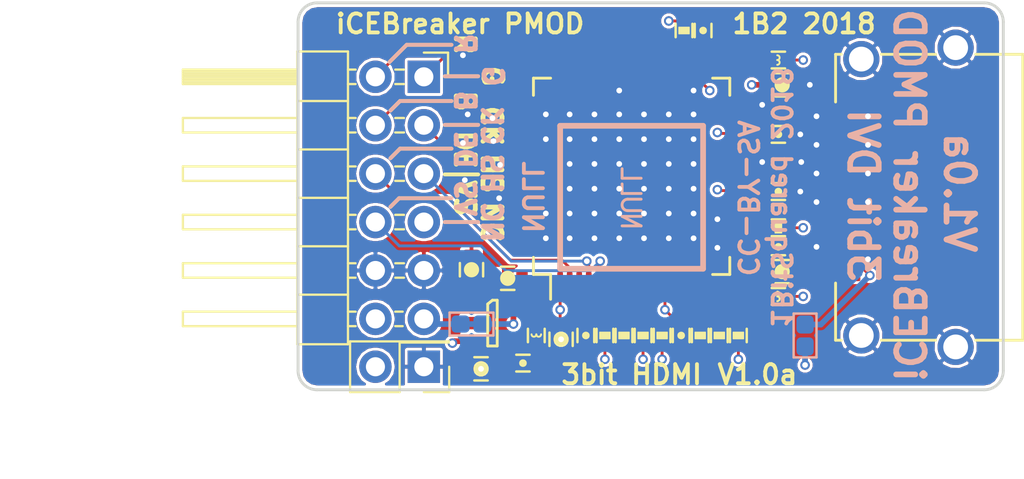
<source format=kicad_pcb>
(kicad_pcb (version 20171130) (host pcbnew 5.1.5-52549c5~86~ubuntu19.10.1)
  (title_block (title "iCEBreaker PMOD - 3bit DVI") (rev V1.0a) (company 1BitSquared) (comment 1 "(C) 2018 Piotr Esden-Tempski <piotr@esden.net>") (comment 2 "(C) 2018 1BitSquared <info@1bitsquared.com>") (comment 3 "License: CC-BY-SA V4.0"))
  (layers (0 F.Cu signal) (1 In1.Cu signal) (2 In2.Cu signal) (31 B.Cu signal) (34 B.Paste user) (35 F.Paste user) (36 B.SilkS user) (37 F.SilkS user) (38 B.Mask user) (39 F.Mask user) (44 Edge.Cuts user))
  (net 0 "")
  (net 1 GND)
  (net 2 +3V3)
  (net 3 "Net-(J4-Pad2)")
  (net 4 +5V)
  (net 5 "Net-(C3-Pad1)")
  (net 6 /DVDD)
  (net 7 /DE)
  (net 8 /VREF)
  (net 9 /HS)
  (net 10 /VS)
  (net 11 "Net-(U2-Pad6)")
  (net 12 "Net-(U2-Pad7)")
  (net 13 "Net-(U2-Pad8)")
  (net 14 /EDGE-HTPLG)
  (net 15 /~PD)
  (net 16 "Net-(U2-Pad11)")
  (net 17 /ISEL-~RST)
  (net 18 /DSEL-SDA)
  (net 19 /BSEL-SCL)
  (net 20 /PVDD)
  (net 21 /CK-)
  (net 22 /CK+)
  (net 23 /TVDD)
  (net 24 /D0-)
  (net 25 /D0+)
  (net 26 /D1-)
  (net 27 /D1+)
  (net 28 /D2-)
  (net 29 /D2+)
  (net 30 /DKEN)
  (net 31 /RED)
  (net 32 /GRN)
  (net 33 "Net-(U2-Pad49)")
  (net 34 /BLU)
  (net 35 /CLK)
  (net 36 "Net-(J5-Pad19)")
  (net 37 "Net-(J5-Pad16)")
  (net 38 "Net-(J5-Pad15)")
  (net 39 "Net-(J5-Pad14)")
  (net 40 "Net-(J5-Pad13)")
  (net 41 "Net-(J1-Pad12)")
  (net 42 /TFADJ)
  (net 43 "Net-(J1-Pad4)")
  (module pkl_logos:null_Logo_SilkS_7.5mm (layer B.Cu) (at 47.5 40.2 90)
    (fp_text reference REF**)
    (fp_text value null_Logo_SilkS_7.5mm)
  )
  (module pkl_housings_qfp:TQFP-64-1EP_10x10mm_P0.5mm_EP5x5mm (layer F.Cu) (at 47.5 39.1 90)
    (fp_text reference U2)
    (fp_text value TFP410)
    (pad 65 thru_hole circle (at -1.95 3.25 90) (size 0.5 0.5) (drill 0.3) (layers *.Cu) (net 1 GND))
    (pad 65 thru_hole circle (at -3.25 3.25 90) (size 0.5 0.5) (drill 0.3) (layers *.Cu) (net 1 GND))
    (pad 65 thru_hole circle (at 0.65 3.25 90) (size 0.5 0.5) (drill 0.3) (layers *.Cu) (net 1 GND))
    (pad 65 thru_hole circle (at -0.65 3.25 90) (size 0.5 0.5) (drill 0.3) (layers *.Cu) (net 1 GND))
    (pad 65 thru_hole circle (at 3.25 3.25 90) (size 0.5 0.5) (drill 0.3) (layers *.Cu) (net 1 GND))
    (pad 65 thru_hole circle (at 1.95 3.25 90) (size 0.5 0.5) (drill 0.3) (layers *.Cu) (net 1 GND))
    (pad 65 thru_hole circle (at -1.95 1.95 90) (size 0.5 0.5) (drill 0.3) (layers *.Cu) (net 1 GND))
    (pad 65 thru_hole circle (at -3.25 1.95 90) (size 0.5 0.5) (drill 0.3) (layers *.Cu) (net 1 GND))
    (pad 65 thru_hole circle (at 0.65 1.95 90) (size 0.5 0.5) (drill 0.3) (layers *.Cu) (net 1 GND))
    (pad 65 thru_hole circle (at -0.65 1.95 90) (size 0.5 0.5) (drill 0.3) (layers *.Cu) (net 1 GND))
    (pad 65 thru_hole circle (at 3.25 1.95 90) (size 0.5 0.5) (drill 0.3) (layers *.Cu) (net 1 GND))
    (pad 65 thru_hole circle (at 1.95 1.95 90) (size 0.5 0.5) (drill 0.3) (layers *.Cu) (net 1 GND))
    (pad 65 thru_hole circle (at -3.25 0.65 90) (size 0.5 0.5) (drill 0.3) (layers *.Cu) (net 1 GND))
    (pad 65 thru_hole circle (at 0.65 0.65 90) (size 0.5 0.5) (drill 0.3) (layers *.Cu) (net 1 GND))
    (pad 65 thru_hole circle (at -0.65 0.65 90) (size 0.5 0.5) (drill 0.3) (layers *.Cu) (net 1 GND))
    (pad 65 thru_hole circle (at 1.95 0.65 90) (size 0.5 0.5) (drill 0.3) (layers *.Cu) (net 1 GND))
    (pad 65 thru_hole circle (at -1.95 0.65 90) (size 0.5 0.5) (drill 0.3) (layers *.Cu) (net 1 GND))
    (pad 65 thru_hole circle (at 3.25 0.65 90) (size 0.5 0.5) (drill 0.3) (layers *.Cu) (net 1 GND))
    (pad 65 thru_hole circle (at -3.25 -0.65 90) (size 0.5 0.5) (drill 0.3) (layers *.Cu) (net 1 GND))
    (pad 65 thru_hole circle (at 0.65 -0.65 90) (size 0.5 0.5) (drill 0.3) (layers *.Cu) (net 1 GND))
    (pad 65 thru_hole circle (at -0.65 -0.65 90) (size 0.5 0.5) (drill 0.3) (layers *.Cu) (net 1 GND))
    (pad 65 thru_hole circle (at 1.95 -0.65 90) (size 0.5 0.5) (drill 0.3) (layers *.Cu) (net 1 GND))
    (pad 65 thru_hole circle (at -1.95 -0.65 90) (size 0.5 0.5) (drill 0.3) (layers *.Cu) (net 1 GND))
    (pad 65 thru_hole circle (at 3.25 -0.65 90) (size 0.5 0.5) (drill 0.3) (layers *.Cu) (net 1 GND))
    (pad 65 thru_hole circle (at 1.95 -1.95 90) (size 0.5 0.5) (drill 0.3) (layers *.Cu) (net 1 GND))
    (pad 65 thru_hole circle (at -1.95 -1.95 90) (size 0.5 0.5) (drill 0.3) (layers *.Cu) (net 1 GND))
    (pad 65 thru_hole circle (at 3.25 -1.95 90) (size 0.5 0.5) (drill 0.3) (layers *.Cu) (net 1 GND))
    (pad 65 thru_hole circle (at -3.25 -1.95 90) (size 0.5 0.5) (drill 0.3) (layers *.Cu) (net 1 GND))
    (pad 65 thru_hole circle (at 0.65 -1.95 90) (size 0.5 0.5) (drill 0.3) (layers *.Cu) (net 1 GND))
    (pad 65 thru_hole circle (at -0.65 -1.95 90) (size 0.5 0.5) (drill 0.3) (layers *.Cu) (net 1 GND))
    (pad 65 thru_hole circle (at 3.25 -3.25 90) (size 0.5 0.5) (drill 0.3) (layers *.Cu) (net 1 GND))
    (pad 65 thru_hole circle (at 1.95 -3.25 90) (size 0.5 0.5) (drill 0.3) (layers *.Cu) (net 1 GND))
    (pad 65 thru_hole circle (at 0.65 -3.25 90) (size 0.5 0.5) (drill 0.3) (layers *.Cu) (net 1 GND))
    (pad 65 thru_hole circle (at -0.65 -3.25 90) (size 0.5 0.5) (drill 0.3) (layers *.Cu) (net 1 GND))
    (pad 65 thru_hole circle (at -1.95 -3.25 90) (size 0.5 0.5) (drill 0.3) (layers *.Cu) (net 1 GND))
    (pad 65 thru_hole circle (at -3.25 -3.25 90) (size 0.5 0.5) (drill 0.3) (layers *.Cu) (net 1 GND))
    (pad 65 smd rect (at 0 0 90) (size 8 8) (layers F.Cu) (net 1 GND))
    (pad 64 smd oval (at -3.75 -5.7 90) (size 0.3 1.5) (layers F.Cu F.Paste F.Mask) (net 1 GND))
    (pad 63 smd oval (at -3.25 -5.7 90) (size 0.3 1.5) (layers F.Cu F.Paste F.Mask) (net 1 GND))
    (pad 62 smd oval (at -2.75 -5.7 90) (size 0.3 1.5) (layers F.Cu F.Paste F.Mask) (net 1 GND))
    (pad 61 smd oval (at -2.25 -5.7 90) (size 0.3 1.5) (layers F.Cu F.Paste F.Mask) (net 1 GND))
    (pad 60 smd oval (at -1.75 -5.7 90) (size 0.3 1.5) (layers F.Cu F.Paste F.Mask) (net 1 GND))
    (pad 59 smd oval (at -1.25 -5.7 90) (size 0.3 1.5) (layers F.Cu F.Paste F.Mask) (net 34 /BLU))
    (pad 58 smd oval (at -0.75 -5.7 90) (size 0.3 1.5) (layers F.Cu F.Paste F.Mask) (net 34 /BLU))
    (pad 57 smd oval (at -0.25 -5.7 90) (size 0.3 1.5) (layers F.Cu F.Paste F.Mask) (net 35 /CLK))
    (pad 56 smd oval (at 0.25 -5.7 90) (size 0.3 1.5) (layers F.Cu F.Paste F.Mask) (net 1 GND))
    (pad 55 smd oval (at 0.75 -5.7 90) (size 0.3 1.5) (layers F.Cu F.Paste F.Mask) (net 34 /BLU))
    (pad 54 smd oval (at 1.25 -5.7 90) (size 0.3 1.5) (layers F.Cu F.Paste F.Mask) (net 34 /BLU))
    (pad 53 smd oval (at 1.75 -5.7 90) (size 0.3 1.5) (layers F.Cu F.Paste F.Mask) (net 1 GND))
    (pad 52 smd oval (at 2.25 -5.7 90) (size 0.3 1.5) (layers F.Cu F.Paste F.Mask) (net 1 GND))
    (pad 51 smd oval (at 2.75 -5.7 90) (size 0.3 1.5) (layers F.Cu F.Paste F.Mask) (net 1 GND))
    (pad 50 smd oval (at 3.25 -5.7 90) (size 0.3 1.5) (layers F.Cu F.Paste F.Mask) (net 1 GND))
    (pad 49 smd oval (at 3.75 -5.7 90) (size 0.3 1.5) (layers F.Cu F.Paste F.Mask) (net 33 "Net-(U2-Pad49)"))
    (pad 48 smd oval (at 5.7 -3.75 180) (size 0.3 1.5) (layers F.Cu F.Paste F.Mask) (net 1 GND))
    (pad 47 smd oval (at 5.7 -3.25 180) (size 0.3 1.5) (layers F.Cu F.Paste F.Mask) (net 32 /GRN))
    (pad 46 smd oval (at 5.7 -2.75 180) (size 0.3 1.5) (layers F.Cu F.Paste F.Mask) (net 32 /GRN))
    (pad 45 smd oval (at 5.7 -2.25 180) (size 0.3 1.5) (layers F.Cu F.Paste F.Mask) (net 32 /GRN))
    (pad 44 smd oval (at 5.7 -1.75 180) (size 0.3 1.5) (layers F.Cu F.Paste F.Mask) (net 32 /GRN))
    (pad 43 smd oval (at 5.7 -1.25 180) (size 0.3 1.5) (layers F.Cu F.Paste F.Mask) (net 1 GND))
    (pad 42 smd oval (at 5.7 -0.75 180) (size 0.3 1.5) (layers F.Cu F.Paste F.Mask) (net 1 GND))
    (pad 41 smd oval (at 5.7 -0.25 180) (size 0.3 1.5) (layers F.Cu F.Paste F.Mask) (net 1 GND))
    (pad 40 smd oval (at 5.7 0.25 180) (size 0.3 1.5) (layers F.Cu F.Paste F.Mask) (net 1 GND))
    (pad 39 smd oval (at 5.7 0.75 180) (size 0.3 1.5) (layers F.Cu F.Paste F.Mask) (net 31 /RED))
    (pad 38 smd oval (at 5.7 1.25 180) (size 0.3 1.5) (layers F.Cu F.Paste F.Mask) (net 31 /RED))
    (pad 37 smd oval (at 5.7 1.75 180) (size 0.3 1.5) (layers F.Cu F.Paste F.Mask) (net 31 /RED))
    (pad 36 smd oval (at 5.7 2.25 180) (size 0.3 1.5) (layers F.Cu F.Paste F.Mask) (net 31 /RED))
    (pad 35 smd oval (at 5.7 2.75 180) (size 0.3 1.5) (layers F.Cu F.Paste F.Mask) (net 30 /DKEN))
    (pad 34 smd oval (at 5.7 3.25 180) (size 0.3 1.5) (layers F.Cu F.Paste F.Mask) (net 1 GND))
    (pad 33 smd oval (at 5.7 3.75 180) (size 0.3 1.5) (layers F.Cu F.Paste F.Mask) (net 6 /DVDD))
    (pad 32 smd oval (at 3.75 5.7 90) (size 0.3 1.5) (layers F.Cu F.Paste F.Mask) (net 1 GND))
    (pad 31 smd oval (at 3.25 5.7 90) (size 0.3 1.5) (layers F.Cu F.Paste F.Mask) (net 29 /D2+))
    (pad 30 smd oval (at 2.75 5.7 90) (size 0.3 1.5) (layers F.Cu F.Paste F.Mask) (net 28 /D2-))
    (pad 29 smd oval (at 2.25 5.7 90) (size 0.3 1.5) (layers F.Cu F.Paste F.Mask) (net 23 /TVDD))
    (pad 28 smd oval (at 1.75 5.7 90) (size 0.3 1.5) (layers F.Cu F.Paste F.Mask) (net 27 /D1+))
    (pad 27 smd oval (at 1.25 5.7 90) (size 0.3 1.5) (layers F.Cu F.Paste F.Mask) (net 26 /D1-))
    (pad 26 smd oval (at 0.75 5.7 90) (size 0.3 1.5) (layers F.Cu F.Paste F.Mask) (net 1 GND))
    (pad 25 smd oval (at 0.25 5.7 90) (size 0.3 1.5) (layers F.Cu F.Paste F.Mask) (net 25 /D0+))
    (pad 24 smd oval (at -0.25 5.7 90) (size 0.3 1.5) (layers F.Cu F.Paste F.Mask) (net 24 /D0-))
    (pad 23 smd oval (at -0.75 5.7 90) (size 0.3 1.5) (layers F.Cu F.Paste F.Mask) (net 23 /TVDD))
    (pad 22 smd oval (at -1.25 5.7 90) (size 0.3 1.5) (layers F.Cu F.Paste F.Mask) (net 22 /CK+))
    (pad 21 smd oval (at -1.75 5.7 90) (size 0.3 1.5) (layers F.Cu F.Paste F.Mask) (net 21 /CK-))
    (pad 20 smd oval (at -2.25 5.7 90) (size 0.3 1.5) (layers F.Cu F.Paste F.Mask) (net 1 GND))
    (pad 19 smd oval (at -2.75 5.7 90) (size 0.3 1.5) (layers F.Cu F.Paste F.Mask) (net 42 /TFADJ))
    (pad 18 smd oval (at -3.25 5.7 90) (size 0.3 1.5) (layers F.Cu F.Paste F.Mask) (net 20 /PVDD))
    (pad 17 smd oval (at -3.75 5.7 90) (size 0.3 1.5) (layers F.Cu F.Paste F.Mask) (net 1 GND))
    (pad 16 smd oval (at -5.7 3.75 180) (size 0.3 1.5) (layers F.Cu F.Paste F.Mask) (net 1 GND))
    (pad 15 smd oval (at -5.7 3.25 180) (size 0.3 1.5) (layers F.Cu F.Paste F.Mask) (net 19 /BSEL-SCL))
    (pad 14 smd oval (at -5.7 2.75 180) (size 0.3 1.5) (layers F.Cu F.Paste F.Mask) (net 18 /DSEL-SDA))
    (pad 13 smd oval (at -5.7 2.25 180) (size 0.3 1.5) (layers F.Cu F.Paste F.Mask) (net 17 /ISEL-~RST))
    (pad 12 smd oval (at -5.7 1.75 180) (size 0.3 1.5) (layers F.Cu F.Paste F.Mask) (net 6 /DVDD))
    (pad 11 smd oval (at -5.7 1.25 180) (size 0.3 1.5) (layers F.Cu F.Paste F.Mask) (net 16 "Net-(U2-Pad11)"))
    (pad 10 smd oval (at -5.7 0.75 180) (size 0.3 1.5) (layers F.Cu F.Paste F.Mask) (net 15 /~PD))
    (pad 9 smd oval (at -5.7 0.25 180) (size 0.3 1.5) (layers F.Cu F.Paste F.Mask) (net 14 /EDGE-HTPLG))
    (pad 8 smd oval (at -5.7 -0.25 180) (size 0.3 1.5) (layers F.Cu F.Paste F.Mask) (net 13 "Net-(U2-Pad8)"))
    (pad 7 smd oval (at -5.7 -0.75 180) (size 0.3 1.5) (layers F.Cu F.Paste F.Mask) (net 12 "Net-(U2-Pad7)"))
    (pad 6 smd oval (at -5.7 -1.25 180) (size 0.3 1.5) (layers F.Cu F.Paste F.Mask) (net 11 "Net-(U2-Pad6)"))
    (pad 5 smd oval (at -5.7 -1.75 180) (size 0.3 1.5) (layers F.Cu F.Paste F.Mask) (net 10 /VS))
    (pad 4 smd oval (at -5.7 -2.25 180) (size 0.3 1.5) (layers F.Cu F.Paste F.Mask) (net 9 /HS))
    (pad 3 smd oval (at -5.7 -2.75 180) (size 0.3 1.5) (layers F.Cu F.Paste F.Mask) (net 8 /VREF))
    (pad 2 smd oval (at -5.7 -3.25 180) (size 0.3 1.5) (layers F.Cu F.Paste F.Mask) (net 7 /DE))
    (pad 1 smd oval (at -5.7 -3.75 180) (size 0.3 1.5) (layers F.Cu F.Paste F.Mask) (net 6 /DVDD))
  )
  (module pkl_jumpers:J_NC_0603_30 (layer B.Cu) (at 39.1 46.85 180)
    (fp_text reference J2)
    (fp_text value jmp)
    (fp_line (start -0.2 0) (end 0.2 0) (layer B.Cu) (width 0.3))
    (pad 1 smd roundrect (at -0.575 0 180) (size 0.95 0.9) (layers B.Cu B.Paste B.Mask) (net 2 +3V3))
    (pad 2 smd roundrect (at 0.575 0 180) (size 0.95 0.9) (layers B.Cu B.Paste B.Mask) (net 41 "Net-(J1-Pad12)"))
  )
  (module pkl_connectors:HDMI-10029449-111RLF (layer F.Cu) (at 59.5 40.2 90)
    (fp_text reference J5)
    (fp_text value HDMI_A_1.4 hide)
    (pad 19 smd roundrect (at -4.25 -0.95 90) (size 0.3 1.9) (layers F.Cu F.Paste F.Mask) (net 36 "Net-(J5-Pad19)"))
    (pad 1 smd roundrect (at 4.75 -0.95 90) (size 0.3 1.9) (layers F.Cu F.Paste F.Mask) (net 29 /D2+))
    (pad 18 smd roundrect (at -3.75 -0.95 90) (size 0.3 1.9) (layers F.Cu F.Paste F.Mask) (net 3 "Net-(J4-Pad2)"))
    (pad 17 smd roundrect (at -3.25 -0.95 90) (size 0.3 1.9) (layers F.Cu F.Paste F.Mask) (net 1 GND))
    (pad 16 smd roundrect (at -2.75 -0.95 90) (size 0.3 1.9) (layers F.Cu F.Paste F.Mask) (net 37 "Net-(J5-Pad16)"))
    (pad 15 smd roundrect (at -2.25 -0.95 90) (size 0.3 1.9) (layers F.Cu F.Paste F.Mask) (net 38 "Net-(J5-Pad15)"))
    (pad 14 smd roundrect (at -1.75 -0.95 90) (size 0.3 1.9) (layers F.Cu F.Paste F.Mask) (net 39 "Net-(J5-Pad14)"))
    (pad 13 smd roundrect (at -1.25 -0.95 90) (size 0.3 1.9) (layers F.Cu F.Paste F.Mask) (net 40 "Net-(J5-Pad13)"))
    (pad 12 smd roundrect (at -0.75 -0.95 90) (size 0.3 1.9) (layers F.Cu F.Paste F.Mask) (net 21 /CK-))
    (pad 11 smd roundrect (at -0.25 -0.95 90) (size 0.3 1.9) (layers F.Cu F.Paste F.Mask) (net 1 GND))
    (pad 10 smd roundrect (at 0.25 -0.95 90) (size 0.3 1.9) (layers F.Cu F.Paste F.Mask) (net 22 /CK+))
    (pad 9 smd roundrect (at 0.75 -0.95 90) (size 0.3 1.9) (layers F.Cu F.Paste F.Mask) (net 24 /D0-))
    (pad 8 smd roundrect (at 1.25 -0.95 90) (size 0.3 1.9) (layers F.Cu F.Paste F.Mask) (net 1 GND))
    (pad 7 smd roundrect (at 1.75 -0.95 90) (size 0.3 1.9) (layers F.Cu F.Paste F.Mask) (net 25 /D0+))
    (pad 6 smd roundrect (at 2.25 -0.95 90) (size 0.3 1.9) (layers F.Cu F.Paste F.Mask) (net 26 /D1-))
    (pad 5 smd roundrect (at 2.75 -0.95 90) (size 0.3 1.9) (layers F.Cu F.Paste F.Mask) (net 1 GND))
    (pad 4 smd roundrect (at 3.25 -0.95 90) (size 0.3 1.9) (layers F.Cu F.Paste F.Mask) (net 27 /D1+))
    (pad 3 smd roundrect (at 3.75 -0.95 90) (size 0.3 1.9) (layers F.Cu F.Paste F.Mask) (net 28 /D2-))
    (pad 2 smd roundrect (at 4.25 -0.95 90) (size 0.3 1.9) (layers F.Cu F.Paste F.Mask) (net 1 GND))
    (pad SH thru_hole circle (at -7.25 0.05 90) (size 1.9 1.9) (drill 1.3) (layers *.Cu *.Mask) (net 1 GND))
    (pad SH thru_hole circle (at 7.25 0.05 90) (size 1.9 1.9) (drill 1.3) (layers *.Cu *.Mask) (net 1 GND))
    (pad SH thru_hole circle (at 7.85 5 90) (size 1.9 1.9) (drill 1.3) (layers *.Cu *.Mask) (net 1 GND))
    (pad SH thru_hole circle (at -7.85 5 90) (size 1.9 1.9) (drill 1.3) (layers *.Cu *.Mask) (net 1 GND))
  )
  (module Connector_PinHeader_2.54mm:PinHeader_2x01_P2.54mm_Vertical (layer F.Cu) (at 36.6 49.09 180)
    (fp_text reference J3)
    (fp_text value 5V)
    (pad 1 thru_hole rect (at 0 0 180) (size 1.7 1.7) (drill 1) (layers *.Cu *.Mask) (net 1 GND))
    (pad 2 thru_hole oval (at 2.54 0 180) (size 1.7 1.7) (drill 1) (layers *.Cu *.Mask) (net 4 +5V))
  )
  (module pkl_dipol:C_0402 (layer F.Cu) (at 51.25 31.45 90)
    (fp_text reference C6)
    (fp_text value 100n)
    (pad 2 smd roundrect (at 0.5 0 90) (size 0.5 0.6) (layers F.Cu F.Paste F.Mask) (net 1 GND))
    (pad 1 smd roundrect (at -0.5 0 90) (size 0.5 0.6) (layers F.Cu F.Paste F.Mask) (net 6 /DVDD))
  )
  (module pkl_dipol:C_0402 (layer F.Cu) (at 55.2 39.9)
    (fp_text reference C7)
    (fp_text value 100n)
    (pad 1 smd roundrect (at -0.5 0) (size 0.5 0.6) (layers F.Cu F.Paste F.Mask) (net 23 /TVDD))
    (pad 2 smd roundrect (at 0.5 0) (size 0.5 0.6) (layers F.Cu F.Paste F.Mask) (net 1 GND))
  )
  (module pkl_dipol:C_0402 (layer F.Cu) (at 45.1 47.45 270)
    (fp_text reference C8)
    (fp_text value 100n)
    (pad 2 smd roundrect (at 0.5 0 270) (size 0.5 0.6) (layers F.Cu F.Paste F.Mask) (net 1 GND))
    (pad 1 smd roundrect (at -0.5 0 270) (size 0.5 0.6) (layers F.Cu F.Paste F.Mask) (net 6 /DVDD))
  )
  (module pkl_dipol:C_0402 (layer F.Cu) (at 55.2 42.8)
    (fp_text reference C9)
    (fp_text value 100n)
    (pad 1 smd roundrect (at -0.5 0) (size 0.5 0.6) (layers F.Cu F.Paste F.Mask) (net 20 /PVDD))
    (pad 2 smd roundrect (at 0.5 0) (size 0.5 0.6) (layers F.Cu F.Paste F.Mask) (net 1 GND))
  )
  (module pkl_dipol:C_0402 (layer F.Cu) (at 55.2 36.9)
    (fp_text reference C10)
    (fp_text value 100n)
    (pad 2 smd roundrect (at 0.5 0) (size 0.5 0.6) (layers F.Cu F.Paste F.Mask) (net 1 GND))
    (pad 1 smd roundrect (at -0.5 0) (size 0.5 0.6) (layers F.Cu F.Paste F.Mask) (net 23 /TVDD))
  )
  (module pkl_dipol:C_0402 (layer F.Cu) (at 50.1 47.45 270)
    (fp_text reference C5)
    (fp_text value 100n)
    (pad 2 smd roundrect (at 0.5 0 270) (size 0.5 0.6) (layers F.Cu F.Paste F.Mask) (net 1 GND))
    (pad 1 smd roundrect (at -0.5 0 270) (size 0.5 0.6) (layers F.Cu F.Paste F.Mask) (net 6 /DVDD))
  )
  (module pkl_dipol:C_0402 (layer F.Cu) (at 41.8 48.9)
    (fp_text reference C3)
    (fp_text value 470p)
    (pad 1 smd roundrect (at -0.5 0) (size 0.5 0.6) (layers F.Cu F.Paste F.Mask) (net 5 "Net-(C3-Pad1)"))
    (pad 2 smd roundrect (at 0.5 0) (size 0.5 0.6) (layers F.Cu F.Paste F.Mask) (net 1 GND))
  )
  (module pkl_dipol:C_0603 (layer F.Cu) (at 43.8 47.65 270)
    (fp_text reference C14)
    (fp_text value 10u)
    (pad 2 smd roundrect (at 0.75 0 270) (size 0.6 0.9) (layers F.Cu F.Paste F.Mask) (net 1 GND))
    (pad 1 smd roundrect (at -0.75 0 270) (size 0.6 0.9) (layers F.Cu F.Paste F.Mask) (net 6 /DVDD))
  )
  (module pkl_dipol:C_0603 (layer F.Cu) (at 55.4 34.3)
    (fp_text reference C16)
    (fp_text value 10u)
    (pad 1 smd roundrect (at -0.75 0) (size 0.6 0.9) (layers F.Cu F.Paste F.Mask) (net 23 /TVDD))
    (pad 2 smd roundrect (at 0.75 0) (size 0.6 0.9) (layers F.Cu F.Paste F.Mask) (net 1 GND))
  )
  (module pkl_dipol:C_0603 (layer F.Cu) (at 55.4 44.1)
    (fp_text reference C15)
    (fp_text value 10u)
    (pad 2 smd roundrect (at 0.75 0) (size 0.6 0.9) (layers F.Cu F.Paste F.Mask) (net 1 GND))
    (pad 1 smd roundrect (at -0.75 0) (size 0.6 0.9) (layers F.Cu F.Paste F.Mask) (net 20 /PVDD))
  )
  (module pkl_dipol:C_0603 (layer F.Cu) (at 39.1 44 90)
    (fp_text reference C2)
    (fp_text value 4u7)
    (pad 1 smd roundrect (at -0.75 0 90) (size 0.6 0.9) (layers F.Cu F.Paste F.Mask) (net 4 +5V))
    (pad 2 smd roundrect (at 0.75 0 90) (size 0.6 0.9) (layers F.Cu F.Paste F.Mask) (net 1 GND))
  )
  (module pkl_dipol:C_0603 (layer F.Cu) (at 39.6 49.2)
    (fp_text reference C1)
    (fp_text value 10u)
    (pad 2 smd roundrect (at 0.75 0) (size 0.6 0.9) (layers F.Cu F.Paste F.Mask) (net 1 GND))
    (pad 1 smd roundrect (at -0.75 0) (size 0.6 0.9) (layers F.Cu F.Paste F.Mask) (net 2 +3V3))
  )
  (module pkl_dipol:C_0603 (layer F.Cu) (at 41 44.45 180)
    (fp_text reference C4)
    (fp_text value 4u7)
    (pad 1 smd roundrect (at -0.75 0 180) (size 0.6 0.9) (layers F.Cu F.Paste F.Mask) (net 2 +3V3))
    (pad 2 smd roundrect (at 0.75 0 180) (size 0.6 0.9) (layers F.Cu F.Paste F.Mask) (net 1 GND))
  )
  (module pkl_dipol:L_0402 (layer F.Cu) (at 55.2 33 180)
    (fp_text reference L3)
    (fp_text value 600)
    (pad 1 smd roundrect (at -0.5 0 180) (size 0.5 0.6) (layers F.Cu F.Paste F.Mask) (net 2 +3V3))
    (pad 2 smd roundrect (at 0.5 0 180) (size 0.5 0.6) (layers F.Cu F.Paste F.Mask) (net 23 /TVDD))
  )
  (module pkl_dipol:L_0402 (layer F.Cu) (at 42.5 47.45 90)
    (fp_text reference L1)
    (fp_text value 600)
    (pad 2 smd roundrect (at 0.5 0 90) (size 0.5 0.6) (layers F.Cu F.Paste F.Mask) (net 6 /DVDD))
    (pad 1 smd roundrect (at -0.5 0 90) (size 0.5 0.6) (layers F.Cu F.Paste F.Mask) (net 2 +3V3))
  )
  (module pkl_dipol:L_0402 (layer F.Cu) (at 55.2 45.4 180)
    (fp_text reference L2)
    (fp_text value 600)
    (pad 1 smd roundrect (at -0.5 0 180) (size 0.5 0.6) (layers F.Cu F.Paste F.Mask) (net 2 +3V3))
    (pad 2 smd roundrect (at 0.5 0 180) (size 0.5 0.6) (layers F.Cu F.Paste F.Mask) (net 20 /PVDD))
  )
  (module pkl_dipol:R_0402 (layer F.Cu) (at 55.2 41.8 180)
    (fp_text reference R9)
    (fp_text value 500E)
    (pad 1 smd roundrect (at -0.5 0 180) (size 0.5 0.6) (layers F.Cu F.Paste F.Mask) (net 2 +3V3))
    (pad 2 smd roundrect (at 0.5 0 180) (size 0.5 0.6) (layers F.Cu F.Paste F.Mask) (net 42 /TFADJ))
  )
  (module pkl_dipol:R_0402 (layer F.Cu) (at 52.1 47.45 270)
    (fp_text reference R8)
    (fp_text value 10k)
    (pad 2 smd roundrect (at 0.5 0 270) (size 0.5 0.6) (layers F.Cu F.Paste F.Mask) (net 1 GND))
    (pad 1 smd roundrect (at -0.5 0 270) (size 0.5 0.6) (layers F.Cu F.Paste F.Mask) (net 18 /DSEL-SDA))
  )
  (module pkl_dipol:R_0402 (layer F.Cu) (at 51.1 47.45 270)
    (fp_text reference R7)
    (fp_text value 10k)
    (pad 1 smd roundrect (at -0.5 0 270) (size 0.5 0.6) (layers F.Cu F.Paste F.Mask) (net 17 /ISEL-~RST))
    (pad 2 smd roundrect (at 0.5 0 270) (size 0.5 0.6) (layers F.Cu F.Paste F.Mask) (net 1 GND))
  )
  (module pkl_dipol:R_0402 (layer F.Cu) (at 47.1 47.45 270)
    (fp_text reference R6)
    (fp_text value DNP)
    (pad 2 smd roundrect (at 0.5 0 270) (size 0.5 0.6) (layers F.Cu F.Paste F.Mask) (net 1 GND))
    (pad 1 smd roundrect (at -0.5 0 270) (size 0.5 0.6) (layers F.Cu F.Paste F.Mask) (net 8 /VREF))
  )
  (module pkl_dipol:R_0402 (layer F.Cu) (at 46.1 47.45 90)
    (fp_text reference R5)
    (fp_text value 33k)
    (pad 1 smd roundrect (at -0.5 0 90) (size 0.5 0.6) (layers F.Cu F.Paste F.Mask) (net 2 +3V3))
    (pad 2 smd roundrect (at 0.5 0 90) (size 0.5 0.6) (layers F.Cu F.Paste F.Mask) (net 8 /VREF))
  )
  (module pkl_dipol:R_0402 (layer F.Cu) (at 53.1 47.45 90)
    (fp_text reference R1)
    (fp_text value 10k)
    (pad 2 smd roundrect (at 0.5 0 90) (size 0.5 0.6) (layers F.Cu F.Paste F.Mask) (net 19 /BSEL-SCL))
    (pad 1 smd roundrect (at -0.5 0 90) (size 0.5 0.6) (layers F.Cu F.Paste F.Mask) (net 2 +3V3))
  )
  (module pkl_dipol:R_0402 (layer F.Cu) (at 49.1 47.45 90)
    (fp_text reference R2)
    (fp_text value 10k)
    (pad 1 smd roundrect (at -0.5 0 90) (size 0.5 0.6) (layers F.Cu F.Paste F.Mask) (net 2 +3V3))
    (pad 2 smd roundrect (at 0.5 0 90) (size 0.5 0.6) (layers F.Cu F.Paste F.Mask) (net 15 /~PD))
  )
  (module pkl_dipol:R_0402 (layer F.Cu) (at 50.25 31.45 270)
    (fp_text reference R3)
    (fp_text value 10k)
    (pad 2 smd roundrect (at 0.5 0 270) (size 0.5 0.6) (layers F.Cu F.Paste F.Mask) (net 30 /DKEN))
    (pad 1 smd roundrect (at -0.5 0 270) (size 0.5 0.6) (layers F.Cu F.Paste F.Mask) (net 2 +3V3))
  )
  (module pkl_dipol:R_0402 (layer F.Cu) (at 48.1 47.45 90)
    (fp_text reference R4)
    (fp_text value 10k)
    (pad 1 smd roundrect (at -0.5 0 90) (size 0.5 0.6) (layers F.Cu F.Paste F.Mask) (net 2 +3V3))
    (pad 2 smd roundrect (at 0.5 0 90) (size 0.5 0.6) (layers F.Cu F.Paste F.Mask) (net 14 /EDGE-HTPLG))
  )
  (module pkl_housings_sot:SOT-23-5 (layer F.Cu) (at 40.2 46.799999 180)
    (fp_text reference U1)
    (fp_text value VREG_3V3)
    (pad 1 smd roundrect (at 1.1 0.95) (size 1.06 0.65) (layers F.Cu F.Paste F.Mask) (net 4 +5V))
    (pad 2 smd roundrect (at 1.1 0) (size 1.06 0.65) (layers F.Cu F.Paste F.Mask) (net 1 GND))
    (pad 3 smd roundrect (at 1.1 -0.95) (size 1.06 0.65) (layers F.Cu F.Paste F.Mask) (net 4 +5V))
    (pad 4 smd roundrect (at -1.1 -0.95) (size 1.06 0.65) (layers F.Cu F.Paste F.Mask) (net 5 "Net-(C3-Pad1)"))
    (pad 5 smd roundrect (at -1.1 0.95) (size 1.06 0.65) (layers F.Cu F.Paste F.Mask) (net 2 +3V3))
  )
  (module pkl_jumpers:J_0603 (layer B.Cu) (at 56.6 47.45 90)
    (fp_text reference J4)
    (fp_text value jmp)
    (pad 2 smd roundrect (at 0.575 0 90) (size 0.95 0.9) (layers B.Cu B.Paste B.Mask) (net 3 "Net-(J4-Pad2)"))
    (pad 1 smd roundrect (at -0.575 0 90) (size 0.95 0.9) (layers B.Cu B.Paste B.Mask) (net 4 +5V))
  )
  (module pkl_connectors:PMODHeader_2x06_P2.54mm_Horizontal (layer F.Cu) (at 36.6 46.58 180)
    (fp_text reference J1)
    (fp_text value PMOD)
    (pad 6 thru_hole circle (at 0 0 180) (size 1.7 1.7) (drill 1) (layers *.Cu *.Mask) (net 41 "Net-(J1-Pad12)"))
    (pad 12 thru_hole oval (at 2.54 0 180) (size 1.7 1.7) (drill 1) (layers *.Cu *.Mask) (net 41 "Net-(J1-Pad12)"))
    (pad 5 thru_hole oval (at 0 2.54 180) (size 1.7 1.7) (drill 1) (layers *.Cu *.Mask) (net 1 GND))
    (pad 11 thru_hole oval (at 2.54 2.54 180) (size 1.7 1.7) (drill 1) (layers *.Cu *.Mask) (net 1 GND))
    (pad 4 thru_hole oval (at 0 5.08 180) (size 1.7 1.7) (drill 1) (layers *.Cu *.Mask) (net 43 "Net-(J1-Pad4)"))
    (pad 10 thru_hole oval (at 2.54 5.08 180) (size 1.7 1.7) (drill 1) (layers *.Cu *.Mask) (net 10 /VS))
    (pad 3 thru_hole oval (at 0 7.62 180) (size 1.7 1.7) (drill 1) (layers *.Cu *.Mask) (net 9 /HS))
    (pad 9 thru_hole oval (at 2.54 7.62 180) (size 1.7 1.7) (drill 1) (layers *.Cu *.Mask) (net 7 /DE))
    (pad 2 thru_hole oval (at 0 10.16 180) (size 1.7 1.7) (drill 1) (layers *.Cu *.Mask) (net 35 /CLK))
    (pad 8 thru_hole oval (at 2.54 10.16 180) (size 1.7 1.7) (drill 1) (layers *.Cu *.Mask) (net 34 /BLU))
    (pad 1 thru_hole rect (at 0 12.7 180) (size 1.7 1.7) (drill 1) (layers *.Cu *.Mask) (net 32 /GRN))
    (pad 7 thru_hole circle (at 2.54 12.7 180) (size 1.7 1.7) (drill 1) (layers *.Cu *.Mask) (net 31 /RED))
  )
  (gr_text NULL (at 42.3 40.2 270) (layer B.SilkS) (effects (font (size 1 1) (thickness 0.2)) (justify mirror)))
  (gr_text "1BitSquared 2018" (at 55.35 40.2 270) (layer B.SilkS) (effects (font (size 1 1) (thickness 0.2)) (justify mirror)))
  (gr_text CC-BY-SA (at 53.6 40.25 270) (layer B.SilkS) (effects (font (size 1 1) (thickness 0.2)) (justify mirror)))
  (gr_text "1B2 2018" (at 56.55 31.1) (layer F.SilkS) (effects (font (size 1 1) (thickness 0.2))))
  (gr_line (start 37.7 33.85) (end 39.45 33.85) (layer B.SilkS) (width 0.2))
  (gr_line (start 34.8 33.1) (end 35.7 32.2) (layer B.SilkS) (width 0.2))
  (gr_line (start 35.7 32.2) (end 38.05 32.2) (layer B.SilkS) (width 0.2))
  (gr_line (start 34.85 35.65) (end 35.35 35.15) (layer B.SilkS) (width 0.2))
  (gr_line (start 35.35 35.15) (end 38.05 35.15) (layer B.SilkS) (width 0.2))
  (gr_line (start 37.7 36.4) (end 39.45 36.4) (layer B.SilkS) (width 0.2))
  (gr_text R (at 38.75 32.15 270) (layer B.SilkS) (effects (font (size 1 1) (thickness 0.25)) (justify mirror)))
  (gr_text G (at 40.2 33.85 270) (layer B.SilkS) (effects (font (size 1 1) (thickness 0.25)) (justify mirror)))
  (gr_text B (at 38.75 35.15 270) (layer B.SilkS) (effects (font (size 1 1) (thickness 0.25)) (justify mirror)))
  (gr_text CK (at 40.15 36.45 270) (layer B.SilkS) (effects (font (size 1 1) (thickness 0.25)) (justify mirror)))
  (gr_text DE (at 38.75 37.7 270) (layer B.SilkS) (effects (font (size 1 1) (thickness 0.25)) (justify mirror)))
  (gr_text HS (at 40.15 38.95 270) (layer B.SilkS) (effects (font (size 1 1) (thickness 0.25)) (justify mirror)))
  (gr_line (start 34.85 38.15) (end 35.35 37.65) (layer B.SilkS) (width 0.2))
  (gr_line (start 35.35 37.65) (end 38.05 37.65) (layer B.SilkS) (width 0.2))
  (gr_line (start 34.85 40.7) (end 35.3 40.25) (layer B.SilkS) (width 0.2))
  (gr_line (start 35.3 40.25) (end 38.05 40.25) (layer B.SilkS) (width 0.2))
  (gr_text VS (at 38.75 40.25 270) (layer B.SilkS) (effects (font (size 1 1) (thickness 0.25)) (justify mirror)))
  (gr_line (start 37.7 41.5) (end 39.45 41.5) (layer B.SilkS) (width 0.2))
  (gr_text NC (at 40.15 41.5 270) (layer B.SilkS) (effects (font (size 1 1) (thickness 0.25)) (justify mirror)))
  (gr_line (start 37.7 41.5) (end 39.45 41.5) (layer F.SilkS) (width 0.2))
  (gr_line (start 35.3 40.25) (end 38.05 40.25) (layer F.SilkS) (width 0.2))
  (gr_line (start 34.85 40.7) (end 35.3 40.25) (layer F.SilkS) (width 0.2))
  (gr_line (start 37.7 39) (end 39.45 39) (layer F.SilkS) (width 0.2))
  (gr_line (start 35.35 37.65) (end 38.05 37.65) (layer F.SilkS) (width 0.2))
  (gr_line (start 34.85 38.15) (end 35.35 37.65) (layer F.SilkS) (width 0.2))
  (gr_line (start 37.7 36.4) (end 39.45 36.4) (layer F.SilkS) (width 0.2))
  (gr_line (start 35.35 35.15) (end 38.05 35.15) (layer F.SilkS) (width 0.2))
  (gr_line (start 34.85 35.65) (end 35.35 35.15) (layer F.SilkS) (width 0.2))
  (gr_line (start 37.7 33.85) (end 39.45 33.85) (layer F.SilkS) (width 0.2))
  (gr_line (start 35.7 32.2) (end 38.05 32.2) (layer F.SilkS) (width 0.2))
  (gr_line (start 34.8 33.1) (end 35.7 32.2) (layer F.SilkS) (width 0.2))
  (gr_text NC (at 40.15 41.5 270) (layer F.SilkS) (effects (font (size 1 1) (thickness 0.25))))
  (gr_text HS (at 40.15 38.95 270) (layer F.SilkS) (effects (font (size 1 1) (thickness 0.25))))
  (gr_text VS (at 38.75 40.25 270) (layer F.SilkS) (effects (font (size 1 1) (thickness 0.25))))
  (gr_text DE (at 38.75 37.7 270) (layer F.SilkS) (effects (font (size 1 1) (thickness 0.25))))
  (gr_text CK (at 40.15 36.45 270) (layer F.SilkS) (effects (font (size 1 1) (thickness 0.25))))
  (gr_text B (at 38.75 35.15 270) (layer F.SilkS) (effects (font (size 1 1) (thickness 0.25))))
  (gr_text G (at 40.2 33.85 270) (layer F.SilkS) (effects (font (size 1 1) (thickness 0.25))))
  (gr_text R (at 38.75 32.15 270) (layer F.SilkS) (effects (font (size 1 1) (thickness 0.25))))
  (gr_text "iCEBreaker PMOD" (at 38.5 31.1) (layer F.SilkS) (effects (font (size 1 1) (thickness 0.2))))
  (gr_line (start 66 50.3) (end 31 50.3) (layer Edge.Cuts) (width 0.15))
  (gr_arc (start 31 49.3) (end 30 49.3) (angle -90) (layer Edge.Cuts) (width 0.15))
  (gr_arc (start 66 49.3) (end 66 50.3) (angle -90) (layer Edge.Cuts) (width 0.15))
  (gr_text "3bit HDMI" (at 47.5 49.5) (layer F.SilkS) (effects (font (size 1 1) (thickness 0.2))))
  (gr_text V1.0a (at 54.1 49.5) (layer F.SilkS) (effects (font (size 1 1) (thickness 0.2))))
  (gr_text V1.0a (at 64.7 39.95 270) (layer B.SilkS) (effects (font (size 1.5 1.5) (thickness 0.3)) (justify mirror)))
  (gr_text "iCEBreaker PMOD\n3bit DVI" (at 60.85 40.1 270) (layer B.SilkS) (effects (font (size 1.5 1.5) (thickness 0.3)) (justify mirror)))
  (gr_arc (start 66 31) (end 67 31) (angle -90) (layer Edge.Cuts) (width 0.15))
  (gr_arc (start 31 31) (end 31 30) (angle -90) (layer Edge.Cuts) (width 0.15))
  (gr_line (start 30 49.3) (end 30 31) (layer Edge.Cuts) (width 0.15))
  (gr_line (start 67 31) (end 67 49.3) (layer Edge.Cuts) (width 0.15))
  (gr_line (start 31 30) (end 66 30) (layer Edge.Cuts) (width 0.15))
  (via (at 40.6 38.5) (size 0.5) (drill 0.3) (layers F.Cu B.Cu) (net 1))
  (via (at 43 41.05) (size 0.5) (drill 0.3) (layers F.Cu B.Cu) (net 1))
  (via (at 43 42.35) (size 0.5) (drill 0.3) (layers F.Cu B.Cu) (net 1))
  (via (at 43 37.15) (size 0.5) (drill 0.3) (layers F.Cu B.Cu) (net 1))
  (via (at 43 35.85) (size 0.5) (drill 0.3) (layers F.Cu B.Cu) (net 1))
  (via (at 46.85 34.6) (size 0.5) (drill 0.3) (layers F.Cu B.Cu) (net 1))
  (via (at 50.75 34.6) (size 0.5) (drill 0.3) (layers F.Cu B.Cu) (net 1))
  (via (at 57.2 37.45) (size 0.5) (drill 0.3) (layers F.Cu B.Cu) (net 1))
  (via (at 57.2 35.95) (size 0.5) (drill 0.3) (layers F.Cu B.Cu) (net 1))
  (via (at 57.2 38.95) (size 0.5) (drill 0.3) (layers F.Cu B.Cu) (net 1))
  (via (at 57.2 40.45) (size 0.5) (drill 0.3) (layers F.Cu B.Cu) (net 1))
  (via (at 57.2 42.8) (size 0.5) (drill 0.3) (layers F.Cu B.Cu) (net 1))
  (via (at 59.9 40.45) (size 0.5) (drill 0.3) (layers F.Cu B.Cu) (net 1))
  (via (at 59.9 38.95) (size 0.5) (drill 0.3) (layers F.Cu B.Cu) (net 1))
  (via (at 59.9 37.45) (size 0.5) (drill 0.3) (layers F.Cu B.Cu) (net 1))
  (via (at 59.9 35.95) (size 0.5) (drill 0.3) (layers F.Cu B.Cu) (net 1))
  (via (at 59.9 43.45) (size 0.5) (drill 0.3) (layers F.Cu B.Cu) (net 1))
  (segment (start 57.2 43.153553) (end 57.2 42.8) (width 0.15) (layer F.Cu) (net 1))
  (segment (start 57.496447 43.45) (end 57.2 43.153553) (width 0.15) (layer F.Cu) (net 1))
  (segment (start 58.55 43.45) (end 57.496447 43.45) (width 0.15) (layer F.Cu) (net 1))
  (via (at 54.35 38.35) (size 0.5) (drill 0.3) (layers F.Cu B.Cu) (net 1))
  (via (at 54.35 35.35) (size 0.5) (drill 0.3) (layers F.Cu B.Cu) (net 1))
  (via (at 52 41.35) (size 0.5) (drill 0.3) (layers F.Cu B.Cu) (net 1))
  (via (at 52 42.85) (size 0.5) (drill 0.3) (layers F.Cu B.Cu) (net 1))
  (via (at 40.55 40.25) (size 0.5) (drill 0.3) (layers F.Cu B.Cu) (net 1))
  (via (at 38.75 39.3) (size 0.5) (drill 0.3) (layers F.Cu B.Cu) (net 1))
  (via (at 40.25 37.25) (size 0.5) (drill 0.3) (layers F.Cu B.Cu) (net 1))
  (via (at 40.2 36.05) (size 0.5) (drill 0.3) (layers F.Cu B.Cu) (net 1))
  (via (at 38.9 35.85) (size 0.5) (drill 0.3) (layers F.Cu B.Cu) (net 1))
  (via (at 38.65 37.35) (size 0.5) (drill 0.3) (layers F.Cu B.Cu) (net 1))
  (via (at 56.35 39.9) (size 0.5) (drill 0.3) (layers F.Cu B.Cu) (net 1))
  (via (at 56.35 36.9) (size 0.5) (drill 0.3) (layers F.Cu B.Cu) (net 1))
  (via (at 56.85 34.3) (size 0.5) (drill 0.3) (layers F.Cu B.Cu) (net 1))
  (via (at 56.4 38.35) (size 0.5) (drill 0.3) (layers F.Cu B.Cu) (net 1))
  (via (at 38.65 32.75) (size 0.5) (drill 0.3) (layers F.Cu B.Cu) (net 1))
  (via (at 41.3 46.85) (size 0.5) (drill 0.3) (layers F.Cu B.Cu) (net 2))
  (segment (start 39.675 46.85) (end 41.3 46.85) (width 0.3) (layer B.Cu) (net 2))
  (segment (start 41.3 46.85) (end 41.3 45.849999) (width 0.3) (layer F.Cu) (net 2))
  (segment (start 41.75 45.399999) (end 41.3 45.849999) (width 0.3) (layer F.Cu) (net 2))
  (segment (start 41.75 44.45) (end 41.75 45.399999) (width 0.3) (layer F.Cu) (net 2))
  (via (at 39.6 49.2) (size 0.5) (drill 0.3) (layers F.Cu B.Cu) (net 2))
  (segment (start 38.85 49.2) (end 39.6 49.2) (width 0.3) (layer F.Cu) (net 2))
  (via (at 46.1 48.7) (size 0.5) (drill 0.3) (layers F.Cu B.Cu) (net 2))
  (segment (start 46.1 47.95) (end 46.1 48.7) (width 0.15) (layer F.Cu) (net 2))
  (via (at 48.1 48.7) (size 0.5) (drill 0.3) (layers F.Cu B.Cu) (net 2))
  (segment (start 48.1 47.95) (end 48.1 48.7) (width 0.15) (layer F.Cu) (net 2))
  (via (at 49.1 48.7) (size 0.5) (drill 0.3) (layers F.Cu B.Cu) (net 2))
  (segment (start 49.1 47.95) (end 49.1 48.7) (width 0.15) (layer F.Cu) (net 2))
  (via (at 53.1 48.7) (size 0.5) (drill 0.3) (layers F.Cu B.Cu) (net 2))
  (segment (start 53.1 47.95) (end 53.1 48.7) (width 0.15) (layer F.Cu) (net 2))
  (segment (start 42.5 47.95) (end 42.8 47.65) (width 0.3) (layer F.Cu) (net 2))
  (via (at 43.8 47.65) (size 0.5) (drill 0.3) (layers F.Cu B.Cu) (net 2))
  (segment (start 42.8 47.65) (end 43.8 47.65) (width 0.3) (layer F.Cu) (net 2))
  (via (at 49.45 30.95) (size 0.5) (drill 0.3) (layers F.Cu B.Cu) (net 2))
  (segment (start 50.25 30.95) (end 49.45 30.95) (width 0.15) (layer F.Cu) (net 2))
  (via (at 56.5 45.4) (size 0.5) (drill 0.3) (layers F.Cu B.Cu) (net 2))
  (segment (start 55.7 45.4) (end 56.5 45.4) (width 0.15) (layer F.Cu) (net 2))
  (via (at 56.5 41.8) (size 0.5) (drill 0.3) (layers F.Cu B.Cu) (net 2))
  (segment (start 55.7 41.8) (end 56.5 41.8) (width 0.15) (layer F.Cu) (net 2))
  (via (at 56.5 33) (size 0.5) (drill 0.3) (layers F.Cu B.Cu) (net 2))
  (segment (start 55.7 33) (end 56.5 33) (width 0.15) (layer F.Cu) (net 2))
  (segment (start 56.6 46.875) (end 57.425 46.875) (width 0.3) (layer B.Cu) (net 3))
  (via (at 60 44.3) (size 0.5) (drill 0.3) (layers F.Cu B.Cu) (net 3))
  (segment (start 57.425 46.875) (end 60 44.3) (width 0.3) (layer B.Cu) (net 3))
  (segment (start 59.65 43.95) (end 60 44.3) (width 0.15) (layer F.Cu) (net 3))
  (segment (start 58.55 43.95) (end 59.65 43.95) (width 0.15) (layer F.Cu) (net 3))
  (segment (start 39.1 44.75) (end 39.1 45.849999) (width 0.3) (layer F.Cu) (net 4))
  (segment (start 39.73 45.849999) (end 40.2 46.319999) (width 0.3) (layer F.Cu) (net 4))
  (segment (start 39.1 45.849999) (end 39.73 45.849999) (width 0.3) (layer F.Cu) (net 4))
  (segment (start 39.73 47.749999) (end 39.1 47.749999) (width 0.3) (layer F.Cu) (net 4))
  (segment (start 40.2 47.279999) (end 39.73 47.749999) (width 0.3) (layer F.Cu) (net 4))
  (segment (start 40.2 46.319999) (end 40.2 47.279999) (width 0.3) (layer F.Cu) (net 4))
  (via (at 38.1 47.85) (size 0.5) (drill 0.3) (layers F.Cu B.Cu) (net 4))
  (segment (start 38.200001 47.749999) (end 38.1 47.85) (width 0.3) (layer F.Cu) (net 4))
  (segment (start 39.1 47.749999) (end 38.200001 47.749999) (width 0.3) (layer F.Cu) (net 4))
  (via (at 56.6 49) (size 0.5) (drill 0.3) (layers F.Cu B.Cu) (net 4))
  (segment (start 56.6 49) (end 56.6 48.025) (width 0.3) (layer B.Cu) (net 4))
  (segment (start 41.3 47.749999) (end 41.3 48.9) (width 0.15) (layer F.Cu) (net 5))
  (segment (start 43.75 46.95) (end 43.8 46.9) (width 0.15) (layer F.Cu) (net 6))
  (segment (start 42.5 46.95) (end 43.75 46.95) (width 0.15) (layer F.Cu) (net 6))
  (segment (start 43.85 46.95) (end 43.8 46.9) (width 0.15) (layer F.Cu) (net 6))
  (segment (start 45.1 46.95) (end 43.85 46.95) (width 0.15) (layer F.Cu) (net 6))
  (segment (start 43.75 46.85) (end 43.8 46.9) (width 0.15) (layer F.Cu) (net 6))
  (segment (start 49.25 46.1) (end 50.1 46.95) (width 0.15) (layer F.Cu) (net 6))
  (segment (start 49.25 44.8) (end 49.25 46.1) (width 0.15) (layer F.Cu) (net 6))
  (segment (start 43.75 46.1) (end 43.75 46.85) (width 0.15) (layer F.Cu) (net 6))
  (via (at 43.75 46.1) (size 0.5) (drill 0.3) (layers F.Cu B.Cu) (net 6))
  (segment (start 43.75 44.8) (end 43.75 46.1) (width 0.15) (layer F.Cu) (net 6))
  (via (at 49.25 46.1) (size 0.5) (drill 0.3) (layers F.Cu B.Cu) (net 6))
  (segment (start 51.25 33.4) (end 51.25 31.95) (width 0.15) (layer F.Cu) (net 6))
  (via (at 51.6 34.6) (size 0.5) (drill 0.3) (layers F.Cu B.Cu) (net 6))
  (segment (start 51.25 34.25) (end 51.6 34.6) (width 0.15) (layer F.Cu) (net 6))
  (segment (start 51.25 33.4) (end 51.25 34.25) (width 0.15) (layer F.Cu) (net 6))
  (segment (start 44.25 43.9) (end 44.25 44.8) (width 0.15) (layer F.Cu) (net 7))
  (segment (start 43.85 43.5) (end 44.25 43.9) (width 0.15) (layer F.Cu) (net 7))
  (segment (start 41.14 43.5) (end 43.85 43.5) (width 0.15) (layer F.Cu) (net 7))
  (segment (start 34.06 38.96) (end 35.35 40.25) (width 0.15) (layer F.Cu) (net 7))
  (segment (start 37.89 40.25) (end 41.14 43.5) (width 0.15) (layer F.Cu) (net 7))
  (segment (start 35.35 40.25) (end 37.89 40.25) (width 0.15) (layer F.Cu) (net 7))
  (segment (start 46.1 46.95) (end 47.1 46.95) (width 0.15) (layer F.Cu) (net 8))
  (segment (start 46 46.95) (end 46.1 46.95) (width 0.15) (layer F.Cu) (net 8))
  (segment (start 44.75 45.7) (end 46 46.95) (width 0.15) (layer F.Cu) (net 8))
  (segment (start 44.75 44.8) (end 44.75 45.7) (width 0.15) (layer F.Cu) (net 8))
  (segment (start 45.25 43.650006) (end 45.149994 43.55) (width 0.15) (layer F.Cu) (net 9))
  (segment (start 45.25 44.8) (end 45.25 43.650006) (width 0.15) (layer F.Cu) (net 9))
  (via (at 45.149994 43.55) (size 0.5) (drill 0.3) (layers F.Cu B.Cu) (net 9))
  (segment (start 44.796441 43.55) (end 45.149994 43.55) (width 0.15) (layer B.Cu) (net 9))
  (segment (start 41.19 43.55) (end 44.796441 43.55) (width 0.15) (layer B.Cu) (net 9))
  (segment (start 36.6 38.96) (end 41.19 43.55) (width 0.15) (layer B.Cu) (net 9))
  (segment (start 45.75 44.8) (end 45.75 43.650013) (width 0.15) (layer F.Cu) (net 10))
  (segment (start 45.75 43.650013) (end 45.850013 43.55) (width 0.15) (layer F.Cu) (net 10))
  (via (at 45.850013 43.55) (size 0.5) (drill 0.3) (layers F.Cu B.Cu) (net 10))
  (segment (start 45.600014 43.799999) (end 45.850013 43.55) (width 0.15) (layer B.Cu) (net 10))
  (segment (start 39.6 42.75) (end 40.9 44.05) (width 0.15) (layer B.Cu) (net 10))
  (segment (start 40.9 44.05) (end 45.350013 44.05) (width 0.15) (layer B.Cu) (net 10))
  (segment (start 34.06 41.5) (end 35.31 42.75) (width 0.15) (layer B.Cu) (net 10))
  (segment (start 45.350013 44.05) (end 45.600014 43.799999) (width 0.15) (layer B.Cu) (net 10))
  (segment (start 35.31 42.75) (end 39.6 42.75) (width 0.15) (layer B.Cu) (net 10))
  (segment (start 47.75 46.6) (end 48.1 46.95) (width 0.15) (layer F.Cu) (net 14))
  (segment (start 47.75 44.8) (end 47.75 46.6) (width 0.15) (layer F.Cu) (net 14))
  (segment (start 48.25 46.1) (end 49.1 46.95) (width 0.15) (layer F.Cu) (net 15))
  (segment (start 48.25 44.8) (end 48.25 46.1) (width 0.15) (layer F.Cu) (net 15))
  (segment (start 51 46.95) (end 51.1 46.95) (width 0.15) (layer F.Cu) (net 17))
  (segment (start 49.75 45.7) (end 51 46.95) (width 0.15) (layer F.Cu) (net 17))
  (segment (start 49.75 44.8) (end 49.75 45.7) (width 0.15) (layer F.Cu) (net 17))
  (segment (start 51.62499 46.47499) (end 51.794543 46.644543) (width 0.15) (layer F.Cu) (net 18))
  (segment (start 51.794543 46.644543) (end 52.1 46.95) (width 0.15) (layer F.Cu) (net 18))
  (segment (start 51.02499 46.47499) (end 51.62499 46.47499) (width 0.15) (layer F.Cu) (net 18))
  (segment (start 50.25 45.7) (end 51.02499 46.47499) (width 0.15) (layer F.Cu) (net 18))
  (segment (start 50.25 44.8) (end 50.25 45.7) (width 0.15) (layer F.Cu) (net 18))
  (segment (start 52.794543 46.644543) (end 53.1 46.95) (width 0.15) (layer F.Cu) (net 19))
  (segment (start 52.32498 46.17498) (end 52.794543 46.644543) (width 0.15) (layer F.Cu) (net 19))
  (segment (start 51.22498 46.17498) (end 52.32498 46.17498) (width 0.15) (layer F.Cu) (net 19))
  (segment (start 50.75 45.7) (end 51.22498 46.17498) (width 0.15) (layer F.Cu) (net 19))
  (segment (start 50.75 44.8) (end 50.75 45.7) (width 0.15) (layer F.Cu) (net 19))
  (segment (start 54.7 44.15) (end 54.65 44.1) (width 0.15) (layer F.Cu) (net 20))
  (segment (start 54.7 45.4) (end 54.7 44.15) (width 0.15) (layer F.Cu) (net 20))
  (segment (start 54.7 44.05) (end 54.65 44.1) (width 0.15) (layer F.Cu) (net 20))
  (segment (start 54.7 42.8) (end 54.7 44.05) (width 0.15) (layer F.Cu) (net 20))
  (segment (start 54.25 42.35) (end 54.7 42.8) (width 0.15) (layer F.Cu) (net 20))
  (segment (start 53.2 42.35) (end 54.25 42.35) (width 0.15) (layer F.Cu) (net 20))
  (segment (start 56.996998 40.95) (end 57.5 40.95) (width 0.15) (layer F.Cu) (net 21))
  (segment (start 56.897008 40.85001) (end 56.996998 40.95) (width 0.15) (layer F.Cu) (net 21))
  (segment (start 57.5 40.95) (end 58.55 40.95) (width 0.15) (layer F.Cu) (net 21))
  (segment (start 53.9 40.85) (end 53.90001 40.85001) (width 0.15) (layer F.Cu) (net 21))
  (segment (start 53.90001 40.85001) (end 56.897008 40.85001) (width 0.15) (layer F.Cu) (net 21))
  (segment (start 53.2 40.85) (end 53.9 40.85) (width 0.15) (layer F.Cu) (net 21))
  (segment (start 57.003002 39.95) (end 57.5 39.95) (width 0.15) (layer F.Cu) (net 22))
  (segment (start 56.503002 40.45) (end 57.003002 39.95) (width 0.15) (layer F.Cu) (net 22))
  (segment (start 57.5 39.95) (end 58.55 39.95) (width 0.15) (layer F.Cu) (net 22))
  (segment (start 54.15 40.45) (end 56.503002 40.45) (width 0.15) (layer F.Cu) (net 22))
  (segment (start 53.2 40.35) (end 54.05 40.35) (width 0.15) (layer F.Cu) (net 22))
  (segment (start 54.05 40.35) (end 54.15 40.45) (width 0.15) (layer F.Cu) (net 22))
  (segment (start 54.65 39.85) (end 54.7 39.9) (width 0.15) (layer F.Cu) (net 23))
  (segment (start 53.2 39.85) (end 54.65 39.85) (width 0.15) (layer F.Cu) (net 23))
  (segment (start 54.65 36.85) (end 54.7 36.9) (width 0.15) (layer F.Cu) (net 23))
  (segment (start 53.2 36.85) (end 54.65 36.85) (width 0.15) (layer F.Cu) (net 23))
  (via (at 52 39.8) (size 0.5) (drill 0.3) (layers F.Cu B.Cu) (net 23))
  (segment (start 53.2 39.85) (end 52.05 39.85) (width 0.15) (layer F.Cu) (net 23))
  (segment (start 52.05 39.85) (end 52 39.8) (width 0.15) (layer F.Cu) (net 23))
  (via (at 52 36.8) (size 0.5) (drill 0.3) (layers F.Cu B.Cu) (net 23))
  (segment (start 53.2 36.85) (end 52.05 36.85) (width 0.15) (layer F.Cu) (net 23))
  (segment (start 52.05 36.85) (end 52 36.8) (width 0.15) (layer F.Cu) (net 23))
  (segment (start 54.7 34.25) (end 54.65 34.3) (width 0.15) (layer F.Cu) (net 23))
  (segment (start 54.7 33) (end 54.7 34.25) (width 0.15) (layer F.Cu) (net 23))
  (via (at 53.8 34.3) (size 0.5) (drill 0.3) (layers F.Cu B.Cu) (net 23))
  (segment (start 53.8 34.3) (end 54.65 34.3) (width 0.3) (layer F.Cu) (net 23))
  (segment (start 57.5 39.45) (end 58.55 39.45) (width 0.15) (layer F.Cu) (net 24))
  (segment (start 56.896998 39.35) (end 56.996998 39.45) (width 0.15) (layer F.Cu) (net 24))
  (segment (start 56.996998 39.45) (end 57.5 39.45) (width 0.15) (layer F.Cu) (net 24))
  (segment (start 53.2 39.35) (end 56.896998 39.35) (width 0.15) (layer F.Cu) (net 24))
  (segment (start 53.971765 38.85) (end 54.071765 38.95) (width 0.15) (layer F.Cu) (net 25))
  (segment (start 53.2 38.85) (end 53.971765 38.85) (width 0.15) (layer F.Cu) (net 25))
  (segment (start 56.996998 38.45) (end 57.5 38.45) (width 0.15) (layer F.Cu) (net 25))
  (segment (start 57.5 38.45) (end 58.55 38.45) (width 0.15) (layer F.Cu) (net 25))
  (segment (start 56.496998 38.95) (end 56.996998 38.45) (width 0.15) (layer F.Cu) (net 25))
  (segment (start 54.071765 38.95) (end 56.496998 38.95) (width 0.15) (layer F.Cu) (net 25))
  (segment (start 57.5 37.95) (end 58.55 37.95) (width 0.15) (layer F.Cu) (net 26))
  (segment (start 56.872018 37.82502) (end 56.996998 37.95) (width 0.15) (layer F.Cu) (net 26))
  (segment (start 53.87498 37.82502) (end 56.872018 37.82502) (width 0.15) (layer F.Cu) (net 26))
  (segment (start 53.85 37.85) (end 53.87498 37.82502) (width 0.15) (layer F.Cu) (net 26))
  (segment (start 56.996998 37.95) (end 57.5 37.95) (width 0.15) (layer F.Cu) (net 26))
  (segment (start 53.2 37.85) (end 53.85 37.85) (width 0.15) (layer F.Cu) (net 26))
  (segment (start 57.5 36.95) (end 58.55 36.95) (width 0.15) (layer F.Cu) (net 27))
  (segment (start 57 36.95) (end 57.5 36.95) (width 0.15) (layer F.Cu) (net 27))
  (segment (start 56.52499 37.42501) (end 57 36.95) (width 0.15) (layer F.Cu) (net 27))
  (segment (start 53.2 37.35) (end 53.971765 37.35) (width 0.15) (layer F.Cu) (net 27))
  (segment (start 54.046775 37.42501) (end 56.52499 37.42501) (width 0.15) (layer F.Cu) (net 27))
  (segment (start 53.971765 37.35) (end 54.046775 37.42501) (width 0.15) (layer F.Cu) (net 27))
  (segment (start 56.996998 36.45) (end 57.5 36.45) (width 0.15) (layer F.Cu) (net 28))
  (segment (start 56.896998 36.35) (end 56.996998 36.45) (width 0.15) (layer F.Cu) (net 28))
  (segment (start 57.5 36.45) (end 58.55 36.45) (width 0.15) (layer F.Cu) (net 28))
  (segment (start 53.2 36.35) (end 56.896998 36.35) (width 0.15) (layer F.Cu) (net 28))
  (segment (start 53.971765 35.85) (end 54.071765 35.95) (width 0.15) (layer F.Cu) (net 29))
  (segment (start 53.2 35.85) (end 53.971765 35.85) (width 0.15) (layer F.Cu) (net 29))
  (segment (start 57.5 35.45) (end 58.55 35.45) (width 0.15) (layer F.Cu) (net 29))
  (segment (start 56.996998 35.45) (end 57.5 35.45) (width 0.15) (layer F.Cu) (net 29))
  (segment (start 56.496998 35.95) (end 56.996998 35.45) (width 0.15) (layer F.Cu) (net 29))
  (segment (start 54.071765 35.95) (end 56.496998 35.95) (width 0.15) (layer F.Cu) (net 29))
  (segment (start 50.25 33.4) (end 50.25 31.95) (width 0.15) (layer F.Cu) (net 30))
  (segment (start 48.25 34.3) (end 48.45 34.5) (width 0.15) (layer F.Cu) (net 31))
  (segment (start 49.75 34.3) (end 49.75 33.4) (width 0.15) (layer F.Cu) (net 31))
  (segment (start 49.55 34.5) (end 49.75 34.3) (width 0.15) (layer F.Cu) (net 31))
  (segment (start 48.25 33.4) (end 48.25 34.3) (width 0.15) (layer F.Cu) (net 31))
  (segment (start 48.75 33.4) (end 48.75 34.5) (width 0.15) (layer F.Cu) (net 31))
  (segment (start 48.45 34.5) (end 48.75 34.5) (width 0.15) (layer F.Cu) (net 31))
  (segment (start 49.25 33.4) (end 49.25 34.5) (width 0.15) (layer F.Cu) (net 31))
  (segment (start 48.75 34.5) (end 49.25 34.5) (width 0.15) (layer F.Cu) (net 31))
  (segment (start 49.25 34.5) (end 49.55 34.5) (width 0.15) (layer F.Cu) (net 31))
  (segment (start 48.25 32.5) (end 48.25 33.4) (width 0.15) (layer F.Cu) (net 31))
  (segment (start 34.06 33.88) (end 36.49 31.45) (width 0.15) (layer F.Cu) (net 31))
  (segment (start 47.2 31.45) (end 48.25 32.5) (width 0.15) (layer F.Cu) (net 31))
  (segment (start 36.49 31.45) (end 47.2 31.45) (width 0.15) (layer F.Cu) (net 31))
  (segment (start 45.55 34.5) (end 45.75 34.3) (width 0.15) (layer F.Cu) (net 32))
  (segment (start 45.75 34.3) (end 45.75 33.4) (width 0.15) (layer F.Cu) (net 32))
  (segment (start 44.25 34.3) (end 44.45 34.5) (width 0.15) (layer F.Cu) (net 32))
  (segment (start 44.25 33.4) (end 44.25 34.3) (width 0.15) (layer F.Cu) (net 32))
  (segment (start 44.75 33.4) (end 44.75 34.5) (width 0.15) (layer F.Cu) (net 32))
  (segment (start 44.45 34.5) (end 44.75 34.5) (width 0.15) (layer F.Cu) (net 32))
  (segment (start 45.25 33.4) (end 45.25 34.5) (width 0.15) (layer F.Cu) (net 32))
  (segment (start 44.75 34.5) (end 45.25 34.5) (width 0.15) (layer F.Cu) (net 32))
  (segment (start 45.25 34.5) (end 45.55 34.5) (width 0.15) (layer F.Cu) (net 32))
  (segment (start 44.25 32.5) (end 44.25 33.4) (width 0.15) (layer F.Cu) (net 32))
  (segment (start 43.700001 31.950001) (end 44.25 32.5) (width 0.15) (layer F.Cu) (net 32))
  (segment (start 38.549999 31.950001) (end 43.700001 31.950001) (width 0.15) (layer F.Cu) (net 32))
  (segment (start 36.6 33.88) (end 36.62 33.88) (width 0.15) (layer F.Cu) (net 32))
  (segment (start 36.62 33.88) (end 38.549999 31.950001) (width 0.15) (layer F.Cu) (net 32))
  (segment (start 42.7 40.35) (end 42.9 40.15) (width 0.15) (layer F.Cu) (net 34))
  (segment (start 41.8 40.35) (end 42.7 40.35) (width 0.15) (layer F.Cu) (net 34))
  (segment (start 42.7 37.85) (end 42.9 38.05) (width 0.15) (layer F.Cu) (net 34))
  (segment (start 41.8 37.85) (end 42.7 37.85) (width 0.15) (layer F.Cu) (net 34))
  (segment (start 41.8 38.35) (end 42.9 38.35) (width 0.15) (layer F.Cu) (net 34))
  (segment (start 42.9 38.05) (end 42.9 38.35) (width 0.15) (layer F.Cu) (net 34))
  (segment (start 41.8 39.85) (end 42.9 39.85) (width 0.15) (layer F.Cu) (net 34))
  (segment (start 42.9 38.35) (end 42.9 39.85) (width 0.15) (layer F.Cu) (net 34))
  (segment (start 42.9 39.85) (end 42.9 40.15) (width 0.15) (layer F.Cu) (net 34))
  (segment (start 35.33 35.15) (end 37.446998 35.15) (width 0.15) (layer F.Cu) (net 34))
  (segment (start 34.06 36.42) (end 35.33 35.15) (width 0.15) (layer F.Cu) (net 34))
  (segment (start 40.9 37.85) (end 41.8 37.85) (width 0.15) (layer F.Cu) (net 34))
  (segment (start 37.446998 35.15) (end 40.146998 37.85) (width 0.15) (layer F.Cu) (net 34))
  (segment (start 40.146998 37.85) (end 40.9 37.85) (width 0.15) (layer F.Cu) (net 34))
  (segment (start 36.6 36.42) (end 36.6 36.45) (width 0.15) (layer F.Cu) (net 35))
  (segment (start 39.53 39.35) (end 41.8 39.35) (width 0.15) (layer F.Cu) (net 35))
  (segment (start 36.6 36.42) (end 39.53 39.35) (width 0.15) (layer F.Cu) (net 35))
  (segment (start 36.87 46.85) (end 36.6 46.58) (width 0.3) (layer B.Cu) (net 41))
  (segment (start 38.525 46.85) (end 36.87 46.85) (width 0.3) (layer B.Cu) (net 41))
  (segment (start 54.65 41.85) (end 54.7 41.8) (width 0.15) (layer F.Cu) (net 42))
  (segment (start 53.2 41.85) (end 54.65 41.85) (width 0.15) (layer F.Cu) (net 42))
  (zone (net 1) (net_name GND) (layer F.Cu) (connect_pads (clearance 0.15)) (min_thickness 0.15) (fill yes (arc_segments 16) (thermal_gap 0.15) (thermal_bridge_width 0.2))
    (polygon (pts (xy 30 30) (xy 67.5 30) (xy 67.5 50.3) (xy 30 50.3)))
  )
  (zone (net 1) (net_name GND) (layer B.Cu) (connect_pads (clearance 0.15)) (min_thickness 0.15) (fill yes (arc_segments 16) (thermal_gap 0.15) (thermal_bridge_width 0.2))
    (polygon (pts (xy 30 30) (xy 67.5 30) (xy 67.5 50.3) (xy 30 50.3)))
  )
)
</source>
